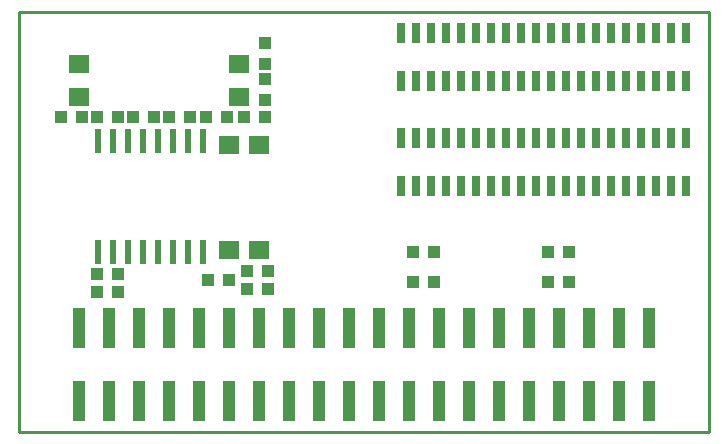
<source format=gbr>
G04 #@! TF.FileFunction,Paste,Top*
%FSLAX46Y46*%
G04 Gerber Fmt 4.6, Leading zero omitted, Abs format (unit mm)*
G04 Created by KiCad (PCBNEW 4.1.0-alpha+201607160317+6981~46~ubuntu14.04.1-product) date Mon Jul 18 13:23:00 2016*
%MOMM*%
%LPD*%
G01*
G04 APERTURE LIST*
%ADD10C,0.100000*%
%ADD11C,0.254000*%
%ADD12R,1.016000X1.016000*%
%ADD13R,0.700000X1.800000*%
%ADD14R,1.778000X1.524000*%
%ADD15R,1.030000X1.060000*%
%ADD16R,0.600000X2.000000*%
%ADD17R,1.000000X3.450000*%
G04 APERTURE END LIST*
D10*
D11*
X127000000Y-91440000D02*
X127000000Y-127000000D01*
X185420000Y-91440000D02*
X127000000Y-91440000D01*
X185420000Y-127000000D02*
X185420000Y-91440000D01*
X127000000Y-127000000D02*
X185420000Y-127000000D01*
D12*
X144780000Y-114173000D03*
X143002000Y-114173000D03*
X142875000Y-100330000D03*
X144653000Y-100330000D03*
X141478000Y-100330000D03*
X139700000Y-100330000D03*
D13*
X159385000Y-102108000D03*
X159385000Y-106172000D03*
X160655000Y-102108000D03*
X160655000Y-106172000D03*
X161925000Y-102108000D03*
X161925000Y-106172000D03*
X163195000Y-102108000D03*
X163195000Y-106172000D03*
X164465000Y-102108000D03*
X164465000Y-106172000D03*
X165735000Y-102108000D03*
X165735000Y-106172000D03*
X167005000Y-102108000D03*
X167005000Y-106172000D03*
X168275000Y-102108000D03*
X168275000Y-106172000D03*
X169545000Y-102108000D03*
X169545000Y-106172000D03*
X170815000Y-102108000D03*
X170815000Y-106172000D03*
X183515000Y-106172000D03*
X183515000Y-102108000D03*
X182245000Y-106172000D03*
X182245000Y-102108000D03*
X180975000Y-106172000D03*
X180975000Y-102108000D03*
X179705000Y-106172000D03*
X179705000Y-102108000D03*
X178435000Y-106172000D03*
X178435000Y-102108000D03*
X177165000Y-106172000D03*
X177165000Y-102108000D03*
X175895000Y-106172000D03*
X175895000Y-102108000D03*
X174625000Y-106172000D03*
X174625000Y-102108000D03*
X173355000Y-106172000D03*
X173355000Y-102108000D03*
X172085000Y-106172000D03*
X172085000Y-102108000D03*
X159385000Y-97282000D03*
X159385000Y-93218000D03*
X160655000Y-97282000D03*
X160655000Y-93218000D03*
X161925000Y-97282000D03*
X161925000Y-93218000D03*
X163195000Y-97282000D03*
X163195000Y-93218000D03*
X164465000Y-97282000D03*
X164465000Y-93218000D03*
X165735000Y-97282000D03*
X165735000Y-93218000D03*
X167005000Y-97282000D03*
X167005000Y-93218000D03*
X168275000Y-97282000D03*
X168275000Y-93218000D03*
X169545000Y-97282000D03*
X169545000Y-93218000D03*
X170815000Y-97282000D03*
X170815000Y-93218000D03*
X183515000Y-93218000D03*
X183515000Y-97282000D03*
X182245000Y-93218000D03*
X182245000Y-97282000D03*
X180975000Y-93218000D03*
X180975000Y-97282000D03*
X179705000Y-93218000D03*
X179705000Y-97282000D03*
X178435000Y-93218000D03*
X178435000Y-97282000D03*
X177165000Y-93218000D03*
X177165000Y-97282000D03*
X175895000Y-93218000D03*
X175895000Y-97282000D03*
X174625000Y-93218000D03*
X174625000Y-97282000D03*
X173355000Y-93218000D03*
X173355000Y-97282000D03*
X172085000Y-93218000D03*
X172085000Y-97282000D03*
D12*
X147828000Y-100330000D03*
X146050000Y-100330000D03*
X160401000Y-114300000D03*
X162179000Y-114300000D03*
X171831000Y-114300000D03*
X173609000Y-114300000D03*
X147828000Y-95885000D03*
X147828000Y-94107000D03*
X136652000Y-100330000D03*
X138430000Y-100330000D03*
X147828000Y-97155000D03*
X147828000Y-98933000D03*
X135382000Y-100330000D03*
X133604000Y-100330000D03*
X130556000Y-100330000D03*
X132334000Y-100330000D03*
X146304000Y-113411000D03*
X148082000Y-113411000D03*
X146304000Y-114935000D03*
X148082000Y-114935000D03*
X135382000Y-115189000D03*
X133604000Y-115189000D03*
X135382000Y-113665000D03*
X133604000Y-113665000D03*
D14*
X145669000Y-95885000D03*
X145669000Y-98679000D03*
X132080000Y-98679000D03*
X132080000Y-95885000D03*
X144780000Y-102743000D03*
X147320000Y-102743000D03*
X147320000Y-111633000D03*
X144780000Y-111633000D03*
D15*
X162179000Y-111760000D03*
X160401000Y-111760000D03*
X173609000Y-111760000D03*
X171831000Y-111760000D03*
D16*
X133731000Y-111761000D03*
X135001000Y-111761000D03*
X136271000Y-111761000D03*
X137541000Y-111761000D03*
X138811000Y-111761000D03*
X140081000Y-111761000D03*
X141351000Y-111761000D03*
X142621000Y-111761000D03*
X142621000Y-102361000D03*
X141351000Y-102361000D03*
X140081000Y-102361000D03*
X138811000Y-102361000D03*
X137541000Y-102361000D03*
X136271000Y-102361000D03*
X135001000Y-102361000D03*
X133731000Y-102361000D03*
D17*
X132080000Y-124410000D03*
X132080000Y-118160000D03*
X134620000Y-124410000D03*
X134620000Y-118160000D03*
X137160000Y-124410000D03*
X137160000Y-118160000D03*
X139700000Y-124410000D03*
X139700000Y-118160000D03*
X142240000Y-124410000D03*
X142240000Y-118160000D03*
X144780000Y-124410000D03*
X144780000Y-118160000D03*
X147320000Y-124410000D03*
X147320000Y-118160000D03*
X149860000Y-124410000D03*
X149860000Y-118160000D03*
X152400000Y-124410000D03*
X152400000Y-118160000D03*
X154940000Y-124410000D03*
X154940000Y-118160000D03*
X157480000Y-124410000D03*
X157480000Y-118160000D03*
X160020000Y-124410000D03*
X160020000Y-118160000D03*
X162560000Y-124410000D03*
X162560000Y-118160000D03*
X165100000Y-124410000D03*
X165100000Y-118160000D03*
X167640000Y-124410000D03*
X167640000Y-118160000D03*
X170180000Y-124410000D03*
X170180000Y-118160000D03*
X172720000Y-124410000D03*
X172720000Y-118160000D03*
X175260000Y-124410000D03*
X175260000Y-118160000D03*
X177800000Y-124410000D03*
X177800000Y-118160000D03*
X180340000Y-124410000D03*
X180340000Y-118160000D03*
M02*

</source>
